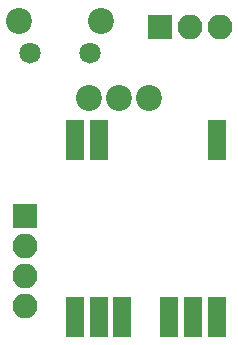
<source format=gbr>
G04 #@! TF.GenerationSoftware,KiCad,Pcbnew,5.1.4-e60b266~84~ubuntu18.04.1*
G04 #@! TF.CreationDate,2019-09-28T16:56:38-06:00*
G04 #@! TF.ProjectId,rfboard,7266626f-6172-4642-9e6b-696361645f70,rev?*
G04 #@! TF.SameCoordinates,Original*
G04 #@! TF.FileFunction,Soldermask,Bot*
G04 #@! TF.FilePolarity,Negative*
%FSLAX46Y46*%
G04 Gerber Fmt 4.6, Leading zero omitted, Abs format (unit mm)*
G04 Created by KiCad (PCBNEW 5.1.4-e60b266~84~ubuntu18.04.1) date 2019-09-28 16:56:38*
%MOMM*%
%LPD*%
G04 APERTURE LIST*
%ADD10C,2.200000*%
%ADD11C,1.808000*%
%ADD12R,1.598880X3.399740*%
%ADD13R,2.100000X2.100000*%
%ADD14O,2.100000X2.100000*%
G04 APERTURE END LIST*
D10*
X113500000Y-101000000D03*
X108420000Y-101000000D03*
X110960000Y-101000000D03*
D11*
X108500000Y-97200000D03*
X103500000Y-97200000D03*
D10*
X109500000Y-94500000D03*
X102500000Y-94500000D03*
D12*
X119269480Y-119508080D03*
X117267960Y-119508080D03*
X115268980Y-119508080D03*
X111271020Y-119508080D03*
X109272040Y-119508080D03*
X107270520Y-119508080D03*
X107270520Y-104511920D03*
X109272040Y-104511920D03*
X119269480Y-104511920D03*
D13*
X114500000Y-95000000D03*
D14*
X117040000Y-95000000D03*
X119580000Y-95000000D03*
D13*
X103000000Y-111000000D03*
D14*
X103000000Y-113540000D03*
X103000000Y-116080000D03*
X103000000Y-118620000D03*
M02*

</source>
